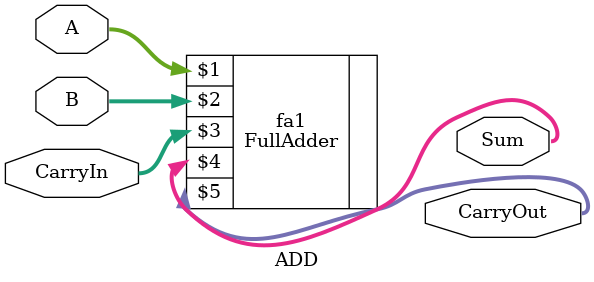
<source format=v>
`include "FullAdder.v"

module ADD(A, B, CarryIn, Sum, CarryOut);
    // Input
    input[31:0]A;
    input[31:0]B;
    input[31:0]CarryIn;
    // Output
    output [31:0]Sum;
    output [31:0]CarryOut;
    // Instance of FullAdder module
    FullAdder fa1(A, B, CarryIn, Sum, CarryOut);
endmodule
</source>
